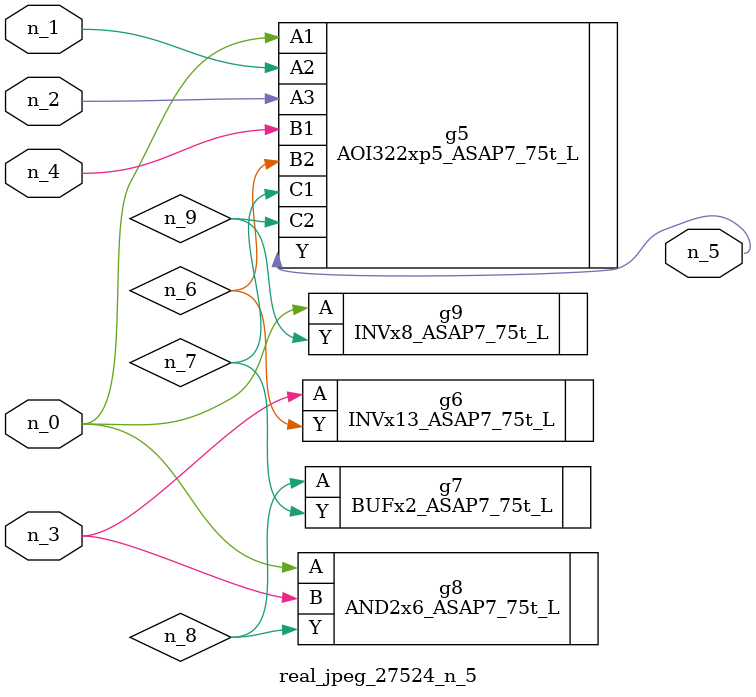
<source format=v>
module real_jpeg_27524_n_5 (n_4, n_0, n_1, n_2, n_3, n_5);

input n_4;
input n_0;
input n_1;
input n_2;
input n_3;

output n_5;

wire n_8;
wire n_6;
wire n_7;
wire n_9;

AOI322xp5_ASAP7_75t_L g5 ( 
.A1(n_0),
.A2(n_1),
.A3(n_2),
.B1(n_4),
.B2(n_6),
.C1(n_7),
.C2(n_9),
.Y(n_5)
);

AND2x6_ASAP7_75t_L g8 ( 
.A(n_0),
.B(n_3),
.Y(n_8)
);

INVx8_ASAP7_75t_L g9 ( 
.A(n_0),
.Y(n_9)
);

INVx13_ASAP7_75t_L g6 ( 
.A(n_3),
.Y(n_6)
);

BUFx2_ASAP7_75t_L g7 ( 
.A(n_8),
.Y(n_7)
);


endmodule
</source>
